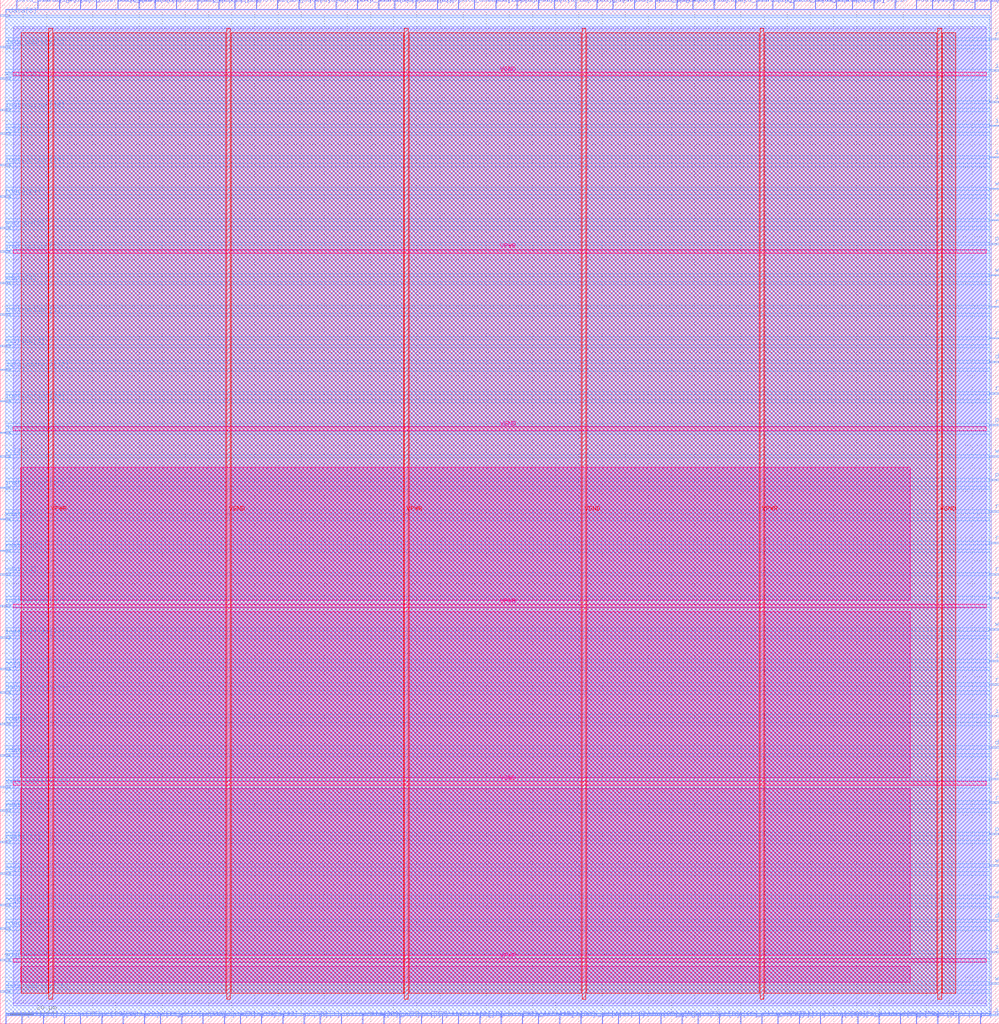
<source format=lef>
VERSION 5.7 ;
  NOWIREEXTENSIONATPIN ON ;
  DIVIDERCHAR "/" ;
  BUSBITCHARS "[]" ;
MACRO core
  CLASS BLOCK ;
  FOREIGN core ;
  ORIGIN 0.000 0.000 ;
  SIZE 431.580 BY 442.300 ;
  PIN clk
    DIRECTION INPUT ;
    USE SIGNAL ;
    PORT
      LAYER met2 ;
        RECT 386.490 438.300 386.770 442.300 ;
    END
  END clk
  PIN data_address[0]
    DIRECTION OUTPUT TRISTATE ;
    USE SIGNAL ;
    PORT
      LAYER met2 ;
        RECT 34.590 438.300 34.870 442.300 ;
    END
  END data_address[0]
  PIN data_address[10]
    DIRECTION OUTPUT TRISTATE ;
    USE SIGNAL ;
    PORT
      LAYER met3 ;
        RECT 0.000 282.240 4.000 282.840 ;
    END
  END data_address[10]
  PIN data_address[11]
    DIRECTION OUTPUT TRISTATE ;
    USE SIGNAL ;
    PORT
      LAYER met2 ;
        RECT 250.790 0.000 251.070 4.000 ;
    END
  END data_address[11]
  PIN data_address[12]
    DIRECTION OUTPUT TRISTATE ;
    USE SIGNAL ;
    PORT
      LAYER met2 ;
        RECT 411.790 438.300 412.070 442.300 ;
    END
  END data_address[12]
  PIN data_address[13]
    DIRECTION OUTPUT TRISTATE ;
    USE SIGNAL ;
    PORT
      LAYER met2 ;
        RECT 154.190 438.300 154.470 442.300 ;
    END
  END data_address[13]
  PIN data_address[14]
    DIRECTION OUTPUT TRISTATE ;
    USE SIGNAL ;
    PORT
      LAYER met2 ;
        RECT 351.990 438.300 352.270 442.300 ;
    END
  END data_address[14]
  PIN data_address[15]
    DIRECTION OUTPUT TRISTATE ;
    USE SIGNAL ;
    PORT
      LAYER met2 ;
        RECT 319.790 0.000 320.070 4.000 ;
    END
  END data_address[15]
  PIN data_address[16]
    DIRECTION OUTPUT TRISTATE ;
    USE SIGNAL ;
    PORT
      LAYER met2 ;
        RECT 50.690 438.300 50.970 442.300 ;
    END
  END data_address[16]
  PIN data_address[17]
    DIRECTION OUTPUT TRISTATE ;
    USE SIGNAL ;
    PORT
      LAYER met2 ;
        RECT 165.690 0.000 165.970 4.000 ;
    END
  END data_address[17]
  PIN data_address[18]
    DIRECTION OUTPUT TRISTATE ;
    USE SIGNAL ;
    PORT
      LAYER met2 ;
        RECT 333.590 438.300 333.870 442.300 ;
    END
  END data_address[18]
  PIN data_address[19]
    DIRECTION OUTPUT TRISTATE ;
    USE SIGNAL ;
    PORT
      LAYER met2 ;
        RECT 427.890 438.300 428.170 442.300 ;
    END
  END data_address[19]
  PIN data_address[1]
    DIRECTION OUTPUT TRISTATE ;
    USE SIGNAL ;
    PORT
      LAYER met2 ;
        RECT 225.490 0.000 225.770 4.000 ;
    END
  END data_address[1]
  PIN data_address[20]
    DIRECTION OUTPUT TRISTATE ;
    USE SIGNAL ;
    PORT
      LAYER met3 ;
        RECT 427.580 44.240 431.580 44.840 ;
    END
  END data_address[20]
  PIN data_address[21]
    DIRECTION OUTPUT TRISTATE ;
    USE SIGNAL ;
    PORT
      LAYER met3 ;
        RECT 0.000 255.040 4.000 255.640 ;
    END
  END data_address[21]
  PIN data_address[22]
    DIRECTION OUTPUT TRISTATE ;
    USE SIGNAL ;
    PORT
      LAYER met2 ;
        RECT 197.890 438.300 198.170 442.300 ;
    END
  END data_address[22]
  PIN data_address[23]
    DIRECTION OUTPUT TRISTATE ;
    USE SIGNAL ;
    PORT
      LAYER met3 ;
        RECT 0.000 142.840 4.000 143.440 ;
    END
  END data_address[23]
  PIN data_address[24]
    DIRECTION OUTPUT TRISTATE ;
    USE SIGNAL ;
    PORT
      LAYER met2 ;
        RECT 69.090 0.000 69.370 4.000 ;
    END
  END data_address[24]
  PIN data_address[25]
    DIRECTION OUTPUT TRISTATE ;
    USE SIGNAL ;
    PORT
      LAYER met2 ;
        RECT 370.390 0.000 370.670 4.000 ;
    END
  END data_address[25]
  PIN data_address[26]
    DIRECTION OUTPUT TRISTATE ;
    USE SIGNAL ;
    PORT
      LAYER met3 ;
        RECT 0.000 102.040 4.000 102.640 ;
    END
  END data_address[26]
  PIN data_address[27]
    DIRECTION OUTPUT TRISTATE ;
    USE SIGNAL ;
    PORT
      LAYER met2 ;
        RECT 257.690 438.300 257.970 442.300 ;
    END
  END data_address[27]
  PIN data_address[28]
    DIRECTION OUTPUT TRISTATE ;
    USE SIGNAL ;
    PORT
      LAYER met2 ;
        RECT 85.190 438.300 85.470 442.300 ;
    END
  END data_address[28]
  PIN data_address[29]
    DIRECTION OUTPUT TRISTATE ;
    USE SIGNAL ;
    PORT
      LAYER met2 ;
        RECT 342.790 438.300 343.070 442.300 ;
    END
  END data_address[29]
  PIN data_address[2]
    DIRECTION OUTPUT TRISTATE ;
    USE SIGNAL ;
    PORT
      LAYER met2 ;
        RECT 317.490 438.300 317.770 442.300 ;
    END
  END data_address[2]
  PIN data_address[30]
    DIRECTION OUTPUT TRISTATE ;
    USE SIGNAL ;
    PORT
      LAYER met3 ;
        RECT 0.000 13.640 4.000 14.240 ;
    END
  END data_address[30]
  PIN data_address[31]
    DIRECTION OUTPUT TRISTATE ;
    USE SIGNAL ;
    PORT
      LAYER met2 ;
        RECT 328.990 0.000 329.270 4.000 ;
    END
  END data_address[31]
  PIN data_address[3]
    DIRECTION OUTPUT TRISTATE ;
    USE SIGNAL ;
    PORT
      LAYER met3 ;
        RECT 0.000 421.640 4.000 422.240 ;
    END
  END data_address[3]
  PIN data_address[4]
    DIRECTION OUTPUT TRISTATE ;
    USE SIGNAL ;
    PORT
      LAYER met2 ;
        RECT 6.990 438.300 7.270 442.300 ;
    END
  END data_address[4]
  PIN data_address[5]
    DIRECTION OUTPUT TRISTATE ;
    USE SIGNAL ;
    PORT
      LAYER met2 ;
        RECT 285.290 0.000 285.570 4.000 ;
    END
  END data_address[5]
  PIN data_address[6]
    DIRECTION OUTPUT TRISTATE ;
    USE SIGNAL ;
    PORT
      LAYER met2 ;
        RECT 388.790 0.000 389.070 4.000 ;
    END
  END data_address[6]
  PIN data_address[7]
    DIRECTION OUTPUT TRISTATE ;
    USE SIGNAL ;
    PORT
      LAYER met2 ;
        RECT 282.990 438.300 283.270 442.300 ;
    END
  END data_address[7]
  PIN data_address[8]
    DIRECTION OUTPUT TRISTATE ;
    USE SIGNAL ;
    PORT
      LAYER met3 ;
        RECT 427.580 285.640 431.580 286.240 ;
    END
  END data_address[8]
  PIN data_address[9]
    DIRECTION OUTPUT TRISTATE ;
    USE SIGNAL ;
    PORT
      LAYER met3 ;
        RECT 427.580 119.040 431.580 119.640 ;
    END
  END data_address[9]
  PIN instruction[0]
    DIRECTION INPUT ;
    USE SIGNAL ;
    PORT
      LAYER met3 ;
        RECT 427.580 411.440 431.580 412.040 ;
    END
  END instruction[0]
  PIN instruction[10]
    DIRECTION INPUT ;
    USE SIGNAL ;
    PORT
      LAYER met3 ;
        RECT 0.000 231.240 4.000 231.840 ;
    END
  END instruction[10]
  PIN instruction[11]
    DIRECTION INPUT ;
    USE SIGNAL ;
    PORT
      LAYER met2 ;
        RECT 354.290 0.000 354.570 4.000 ;
    END
  END instruction[11]
  PIN instruction[12]
    DIRECTION INPUT ;
    USE SIGNAL ;
    PORT
      LAYER met3 ;
        RECT 427.580 374.040 431.580 374.640 ;
    END
  END instruction[12]
  PIN instruction[13]
    DIRECTION INPUT ;
    USE SIGNAL ;
    PORT
      LAYER met3 ;
        RECT 0.000 180.240 4.000 180.840 ;
    END
  END instruction[13]
  PIN instruction[14]
    DIRECTION INPUT ;
    USE SIGNAL ;
    PORT
      LAYER met3 ;
        RECT 427.580 156.440 431.580 157.040 ;
    END
  END instruction[14]
  PIN instruction[15]
    DIRECTION INPUT ;
    USE SIGNAL ;
    PORT
      LAYER met2 ;
        RECT 75.990 438.300 76.270 442.300 ;
    END
  END instruction[15]
  PIN instruction[16]
    DIRECTION INPUT ;
    USE SIGNAL ;
    PORT
      LAYER met3 ;
        RECT 0.000 394.440 4.000 395.040 ;
    END
  END instruction[16]
  PIN instruction[17]
    DIRECTION INPUT ;
    USE SIGNAL ;
    PORT
      LAYER met3 ;
        RECT 0.000 370.640 4.000 371.240 ;
    END
  END instruction[17]
  PIN instruction[18]
    DIRECTION INPUT ;
    USE SIGNAL ;
    PORT
      LAYER met2 ;
        RECT 190.990 0.000 191.270 4.000 ;
    END
  END instruction[18]
  PIN instruction[19]
    DIRECTION INPUT ;
    USE SIGNAL ;
    PORT
      LAYER met2 ;
        RECT 379.590 0.000 379.870 4.000 ;
    END
  END instruction[19]
  PIN instruction[1]
    DIRECTION INPUT ;
    USE SIGNAL ;
    PORT
      LAYER met3 ;
        RECT 0.000 306.040 4.000 306.640 ;
    END
  END instruction[1]
  PIN instruction[20]
    DIRECTION INPUT ;
    USE SIGNAL ;
    PORT
      LAYER met3 ;
        RECT 427.580 397.840 431.580 398.440 ;
    END
  END instruction[20]
  PIN instruction[21]
    DIRECTION INPUT ;
    USE SIGNAL ;
    PORT
      LAYER met2 ;
        RECT 147.290 0.000 147.570 4.000 ;
    END
  END instruction[21]
  PIN instruction[22]
    DIRECTION INPUT ;
    USE SIGNAL ;
    PORT
      LAYER met3 ;
        RECT 427.580 3.440 431.580 4.040 ;
    END
  END instruction[22]
  PIN instruction[23]
    DIRECTION INPUT ;
    USE SIGNAL ;
    PORT
      LAYER met2 ;
        RECT 301.390 0.000 301.670 4.000 ;
    END
  END instruction[23]
  PIN instruction[24]
    DIRECTION INPUT ;
    USE SIGNAL ;
    PORT
      LAYER met3 ;
        RECT 427.580 387.640 431.580 388.240 ;
    END
  END instruction[24]
  PIN instruction[25]
    DIRECTION INPUT ;
    USE SIGNAL ;
    PORT
      LAYER met2 ;
        RECT 41.490 438.300 41.770 442.300 ;
    END
  END instruction[25]
  PIN instruction[26]
    DIRECTION INPUT ;
    USE SIGNAL ;
    PORT
      LAYER met3 ;
        RECT 0.000 268.640 4.000 269.240 ;
    END
  END instruction[26]
  PIN instruction[27]
    DIRECTION INPUT ;
    USE SIGNAL ;
    PORT
      LAYER met2 ;
        RECT 266.890 0.000 267.170 4.000 ;
    END
  END instruction[27]
  PIN instruction[28]
    DIRECTION INPUT ;
    USE SIGNAL ;
    PORT
      LAYER met2 ;
        RECT 170.290 438.300 170.570 442.300 ;
    END
  END instruction[28]
  PIN instruction[29]
    DIRECTION INPUT ;
    USE SIGNAL ;
    PORT
      LAYER met2 ;
        RECT 345.090 0.000 345.370 4.000 ;
    END
  END instruction[29]
  PIN instruction[2]
    DIRECTION INPUT ;
    USE SIGNAL ;
    PORT
      LAYER met3 ;
        RECT 0.000 333.240 4.000 333.840 ;
    END
  END instruction[2]
  PIN instruction[30]
    DIRECTION INPUT ;
    USE SIGNAL ;
    PORT
      LAYER met3 ;
        RECT 0.000 166.640 4.000 167.240 ;
    END
  END instruction[30]
  PIN instruction[31]
    DIRECTION INPUT ;
    USE SIGNAL ;
    PORT
      LAYER met2 ;
        RECT 66.790 438.300 67.070 442.300 ;
    END
  END instruction[31]
  PIN instruction[3]
    DIRECTION INPUT ;
    USE SIGNAL ;
    PORT
      LAYER met3 ;
        RECT 427.580 105.440 431.580 106.040 ;
    END
  END instruction[3]
  PIN instruction[4]
    DIRECTION INPUT ;
    USE SIGNAL ;
    PORT
      LAYER met2 ;
        RECT 34.590 0.000 34.870 4.000 ;
    END
  END instruction[4]
  PIN instruction[5]
    DIRECTION INPUT ;
    USE SIGNAL ;
    PORT
      LAYER met3 ;
        RECT 427.580 30.640 431.580 31.240 ;
    END
  END instruction[5]
  PIN instruction[6]
    DIRECTION INPUT ;
    USE SIGNAL ;
    PORT
      LAYER met3 ;
        RECT 427.580 132.640 431.580 133.240 ;
    END
  END instruction[6]
  PIN instruction[7]
    DIRECTION INPUT ;
    USE SIGNAL ;
    PORT
      LAYER met2 ;
        RECT 110.490 438.300 110.770 442.300 ;
    END
  END instruction[7]
  PIN instruction[8]
    DIRECTION INPUT ;
    USE SIGNAL ;
    PORT
      LAYER met2 ;
        RECT 273.790 438.300 274.070 442.300 ;
    END
  END instruction[8]
  PIN instruction[9]
    DIRECTION INPUT ;
    USE SIGNAL ;
    PORT
      LAYER met2 ;
        RECT 276.090 0.000 276.370 4.000 ;
    END
  END instruction[9]
  PIN pc[0]
    DIRECTION OUTPUT TRISTATE ;
    USE SIGNAL ;
    PORT
      LAYER met2 ;
        RECT 172.590 0.000 172.870 4.000 ;
    END
  END pc[0]
  PIN pc[10]
    DIRECTION OUTPUT TRISTATE ;
    USE SIGNAL ;
    PORT
      LAYER met2 ;
        RECT 188.690 438.300 188.970 442.300 ;
    END
  END pc[10]
  PIN pc[11]
    DIRECTION OUTPUT TRISTATE ;
    USE SIGNAL ;
    PORT
      LAYER met2 ;
        RECT 414.090 0.000 414.370 4.000 ;
    END
  END pc[11]
  PIN pc[12]
    DIRECTION OUTPUT TRISTATE ;
    USE SIGNAL ;
    PORT
      LAYER met2 ;
        RECT 18.490 0.000 18.770 4.000 ;
    END
  END pc[12]
  PIN pc[13]
    DIRECTION OUTPUT TRISTATE ;
    USE SIGNAL ;
    PORT
      LAYER met3 ;
        RECT 0.000 153.040 4.000 153.640 ;
    END
  END pc[13]
  PIN pc[14]
    DIRECTION OUTPUT TRISTATE ;
    USE SIGNAL ;
    PORT
      LAYER met3 ;
        RECT 0.000 64.640 4.000 65.240 ;
    END
  END pc[14]
  PIN pc[15]
    DIRECTION OUTPUT TRISTATE ;
    USE SIGNAL ;
    PORT
      LAYER met3 ;
        RECT 427.580 234.640 431.580 235.240 ;
    END
  END pc[15]
  PIN pc[16]
    DIRECTION OUTPUT TRISTATE ;
    USE SIGNAL ;
    PORT
      LAYER met2 ;
        RECT 264.590 438.300 264.870 442.300 ;
    END
  END pc[16]
  PIN pc[17]
    DIRECTION OUTPUT TRISTATE ;
    USE SIGNAL ;
    PORT
      LAYER met2 ;
        RECT 119.690 438.300 119.970 442.300 ;
    END
  END pc[17]
  PIN pc[18]
    DIRECTION OUTPUT TRISTATE ;
    USE SIGNAL ;
    PORT
      LAYER met2 ;
        RECT 207.090 0.000 207.370 4.000 ;
    END
  END pc[18]
  PIN pc[19]
    DIRECTION OUTPUT TRISTATE ;
    USE SIGNAL ;
    PORT
      LAYER met2 ;
        RECT 363.490 0.000 363.770 4.000 ;
    END
  END pc[19]
  PIN pc[1]
    DIRECTION OUTPUT TRISTATE ;
    USE SIGNAL ;
    PORT
      LAYER met2 ;
        RECT 138.090 0.000 138.370 4.000 ;
    END
  END pc[1]
  PIN pc[20]
    DIRECTION OUTPUT TRISTATE ;
    USE SIGNAL ;
    PORT
      LAYER met2 ;
        RECT 395.690 0.000 395.970 4.000 ;
    END
  END pc[20]
  PIN pc[21]
    DIRECTION OUTPUT TRISTATE ;
    USE SIGNAL ;
    PORT
      LAYER met3 ;
        RECT 0.000 384.240 4.000 384.840 ;
    END
  END pc[21]
  PIN pc[22]
    DIRECTION OUTPUT TRISTATE ;
    USE SIGNAL ;
    PORT
      LAYER met2 ;
        RECT 292.190 438.300 292.470 442.300 ;
    END
  END pc[22]
  PIN pc[23]
    DIRECTION OUTPUT TRISTATE ;
    USE SIGNAL ;
    PORT
      LAYER met2 ;
        RECT 131.190 0.000 131.470 4.000 ;
    END
  END pc[23]
  PIN pc[24]
    DIRECTION OUTPUT TRISTATE ;
    USE SIGNAL ;
    PORT
      LAYER met3 ;
        RECT 0.000 51.040 4.000 51.640 ;
    END
  END pc[24]
  PIN pc[25]
    DIRECTION OUTPUT TRISTATE ;
    USE SIGNAL ;
    PORT
      LAYER met3 ;
        RECT 0.000 244.840 4.000 245.440 ;
    END
  END pc[25]
  PIN pc[26]
    DIRECTION OUTPUT TRISTATE ;
    USE SIGNAL ;
    PORT
      LAYER met2 ;
        RECT 101.290 438.300 101.570 442.300 ;
    END
  END pc[26]
  PIN pc[27]
    DIRECTION OUTPUT TRISTATE ;
    USE SIGNAL ;
    PORT
      LAYER met2 ;
        RECT 94.390 438.300 94.670 442.300 ;
    END
  END pc[27]
  PIN pc[28]
    DIRECTION OUTPUT TRISTATE ;
    USE SIGNAL ;
    PORT
      LAYER met2 ;
        RECT 423.290 0.000 423.570 4.000 ;
    END
  END pc[28]
  PIN pc[29]
    DIRECTION OUTPUT TRISTATE ;
    USE SIGNAL ;
    PORT
      LAYER met2 ;
        RECT 43.790 0.000 44.070 4.000 ;
    END
  END pc[29]
  PIN pc[2]
    DIRECTION OUTPUT TRISTATE ;
    USE SIGNAL ;
    PORT
      LAYER met2 ;
        RECT 294.490 0.000 294.770 4.000 ;
    END
  END pc[2]
  PIN pc[30]
    DIRECTION OUTPUT TRISTATE ;
    USE SIGNAL ;
    PORT
      LAYER met2 ;
        RECT 377.290 438.300 377.570 442.300 ;
    END
  END pc[30]
  PIN pc[31]
    DIRECTION OUTPUT TRISTATE ;
    USE SIGNAL ;
    PORT
      LAYER met3 ;
        RECT 427.580 258.440 431.580 259.040 ;
    END
  END pc[31]
  PIN pc[3]
    DIRECTION OUTPUT TRISTATE ;
    USE SIGNAL ;
    PORT
      LAYER met2 ;
        RECT 310.590 0.000 310.870 4.000 ;
    END
  END pc[3]
  PIN pc[4]
    DIRECTION OUTPUT TRISTATE ;
    USE SIGNAL ;
    PORT
      LAYER met2 ;
        RECT 259.990 0.000 260.270 4.000 ;
    END
  END pc[4]
  PIN pc[5]
    DIRECTION OUTPUT TRISTATE ;
    USE SIGNAL ;
    PORT
      LAYER met2 ;
        RECT 78.290 0.000 78.570 4.000 ;
    END
  END pc[5]
  PIN pc[6]
    DIRECTION OUTPUT TRISTATE ;
    USE SIGNAL ;
    PORT
      LAYER met2 ;
        RECT 181.790 0.000 182.070 4.000 ;
    END
  END pc[6]
  PIN pc[7]
    DIRECTION OUTPUT TRISTATE ;
    USE SIGNAL ;
    PORT
      LAYER met3 ;
        RECT 427.580 336.640 431.580 337.240 ;
    END
  END pc[7]
  PIN pc[8]
    DIRECTION OUTPUT TRISTATE ;
    USE SIGNAL ;
    PORT
      LAYER met3 ;
        RECT 427.580 81.640 431.580 82.240 ;
    END
  END pc[8]
  PIN pc[9]
    DIRECTION OUTPUT TRISTATE ;
    USE SIGNAL ;
    PORT
      LAYER met2 ;
        RECT 404.890 0.000 405.170 4.000 ;
    END
  END pc[9]
  PIN rdata[0]
    DIRECTION INPUT ;
    USE SIGNAL ;
    PORT
      LAYER met2 ;
        RECT 25.390 438.300 25.670 442.300 ;
    END
  END rdata[0]
  PIN rdata[10]
    DIRECTION INPUT ;
    USE SIGNAL ;
    PORT
      LAYER met2 ;
        RECT 156.490 0.000 156.770 4.000 ;
    END
  END rdata[10]
  PIN rdata[11]
    DIRECTION INPUT ;
    USE SIGNAL ;
    PORT
      LAYER met3 ;
        RECT 0.000 78.240 4.000 78.840 ;
    END
  END rdata[11]
  PIN rdata[12]
    DIRECTION INPUT ;
    USE SIGNAL ;
    PORT
      LAYER met3 ;
        RECT 427.580 272.040 431.580 272.640 ;
    END
  END rdata[12]
  PIN rdata[13]
    DIRECTION INPUT ;
    USE SIGNAL ;
    PORT
      LAYER met2 ;
        RECT 112.790 0.000 113.070 4.000 ;
    END
  END rdata[13]
  PIN rdata[14]
    DIRECTION INPUT ;
    USE SIGNAL ;
    PORT
      LAYER met3 ;
        RECT 0.000 115.640 4.000 116.240 ;
    END
  END rdata[14]
  PIN rdata[15]
    DIRECTION INPUT ;
    USE SIGNAL ;
    PORT
      LAYER met2 ;
        RECT 232.390 0.000 232.670 4.000 ;
    END
  END rdata[15]
  PIN rdata[16]
    DIRECTION INPUT ;
    USE SIGNAL ;
    PORT
      LAYER met3 ;
        RECT 0.000 204.040 4.000 204.640 ;
    END
  END rdata[16]
  PIN rdata[17]
    DIRECTION INPUT ;
    USE SIGNAL ;
    PORT
      LAYER met3 ;
        RECT 0.000 91.840 4.000 92.440 ;
    END
  END rdata[17]
  PIN rdata[18]
    DIRECTION INPUT ;
    USE SIGNAL ;
    PORT
      LAYER met3 ;
        RECT 427.580 207.440 431.580 208.040 ;
    END
  END rdata[18]
  PIN rdata[19]
    DIRECTION INPUT ;
    USE SIGNAL ;
    PORT
      LAYER met2 ;
        RECT 179.490 438.300 179.770 442.300 ;
    END
  END rdata[19]
  PIN rdata[1]
    DIRECTION INPUT ;
    USE SIGNAL ;
    PORT
      LAYER met3 ;
        RECT 0.000 129.240 4.000 129.840 ;
    END
  END rdata[1]
  PIN rdata[20]
    DIRECTION INPUT ;
    USE SIGNAL ;
    PORT
      LAYER met2 ;
        RECT 204.790 438.300 205.070 442.300 ;
    END
  END rdata[20]
  PIN rdata[21]
    DIRECTION INPUT ;
    USE SIGNAL ;
    PORT
      LAYER met2 ;
        RECT 402.590 438.300 402.870 442.300 ;
    END
  END rdata[21]
  PIN rdata[22]
    DIRECTION INPUT ;
    USE SIGNAL ;
    PORT
      LAYER met3 ;
        RECT 427.580 425.040 431.580 425.640 ;
    END
  END rdata[22]
  PIN rdata[23]
    DIRECTION INPUT ;
    USE SIGNAL ;
    PORT
      LAYER met3 ;
        RECT 427.580 221.040 431.580 221.640 ;
    END
  END rdata[23]
  PIN rdata[24]
    DIRECTION INPUT ;
    USE SIGNAL ;
    PORT
      LAYER met3 ;
        RECT 0.000 357.040 4.000 357.640 ;
    END
  END rdata[24]
  PIN rdata[25]
    DIRECTION INPUT ;
    USE SIGNAL ;
    PORT
      LAYER met2 ;
        RECT 27.690 0.000 27.970 4.000 ;
    END
  END rdata[25]
  PIN rdata[26]
    DIRECTION INPUT ;
    USE SIGNAL ;
    PORT
      LAYER met2 ;
        RECT 9.290 0.000 9.570 4.000 ;
    END
  END rdata[26]
  PIN rdata[27]
    DIRECTION INPUT ;
    USE SIGNAL ;
    PORT
      LAYER met3 ;
        RECT 0.000 40.840 4.000 41.440 ;
    END
  END rdata[27]
  PIN rdata[28]
    DIRECTION INPUT ;
    USE SIGNAL ;
    PORT
      LAYER met3 ;
        RECT 427.580 193.840 431.580 194.440 ;
    END
  END rdata[28]
  PIN rdata[29]
    DIRECTION INPUT ;
    USE SIGNAL ;
    PORT
      LAYER met2 ;
        RECT 248.490 438.300 248.770 442.300 ;
    END
  END rdata[29]
  PIN rdata[2]
    DIRECTION INPUT ;
    USE SIGNAL ;
    PORT
      LAYER met3 ;
        RECT 427.580 295.840 431.580 296.440 ;
    END
  END rdata[2]
  PIN rdata[30]
    DIRECTION INPUT ;
    USE SIGNAL ;
    PORT
      LAYER met2 ;
        RECT 420.990 438.300 421.270 442.300 ;
    END
  END rdata[30]
  PIN rdata[31]
    DIRECTION INPUT ;
    USE SIGNAL ;
    PORT
      LAYER met2 ;
        RECT 241.590 0.000 241.870 4.000 ;
    END
  END rdata[31]
  PIN rdata[3]
    DIRECTION INPUT ;
    USE SIGNAL ;
    PORT
      LAYER met2 ;
        RECT 335.890 0.000 336.170 4.000 ;
    END
  END rdata[3]
  PIN rdata[4]
    DIRECTION INPUT ;
    USE SIGNAL ;
    PORT
      LAYER met3 ;
        RECT 427.580 146.240 431.580 146.840 ;
    END
  END rdata[4]
  PIN rdata[5]
    DIRECTION INPUT ;
    USE SIGNAL ;
    PORT
      LAYER met3 ;
        RECT 427.580 95.240 431.580 95.840 ;
    END
  END rdata[5]
  PIN rdata[6]
    DIRECTION INPUT ;
    USE SIGNAL ;
    PORT
      LAYER met2 ;
        RECT 128.890 438.300 129.170 442.300 ;
    END
  END rdata[6]
  PIN rdata[7]
    DIRECTION INPUT ;
    USE SIGNAL ;
    PORT
      LAYER met2 ;
        RECT 16.190 438.300 16.470 442.300 ;
    END
  END rdata[7]
  PIN rdata[8]
    DIRECTION INPUT ;
    USE SIGNAL ;
    PORT
      LAYER met3 ;
        RECT 0.000 435.240 4.000 435.840 ;
    END
  END rdata[8]
  PIN rdata[9]
    DIRECTION INPUT ;
    USE SIGNAL ;
    PORT
      LAYER met2 ;
        RECT 308.290 438.300 308.570 442.300 ;
    END
  END rdata[9]
  PIN ren
    DIRECTION OUTPUT TRISTATE ;
    USE SIGNAL ;
    PORT
      LAYER met2 ;
        RECT 121.990 0.000 122.270 4.000 ;
    END
  END ren
  PIN rst
    DIRECTION INPUT ;
    USE SIGNAL ;
    PORT
      LAYER met3 ;
        RECT 427.580 309.440 431.580 310.040 ;
    END
  END rst
  PIN wdata[0]
    DIRECTION OUTPUT TRISTATE ;
    USE SIGNAL ;
    PORT
      LAYER met3 ;
        RECT 0.000 217.640 4.000 218.240 ;
    END
  END wdata[0]
  PIN wdata[10]
    DIRECTION OUTPUT TRISTATE ;
    USE SIGNAL ;
    PORT
      LAYER met3 ;
        RECT 0.000 408.040 4.000 408.640 ;
    END
  END wdata[10]
  PIN wdata[11]
    DIRECTION OUTPUT TRISTATE ;
    USE SIGNAL ;
    PORT
      LAYER met2 ;
        RECT 59.890 438.300 60.170 442.300 ;
    END
  END wdata[11]
  PIN wdata[12]
    DIRECTION OUTPUT TRISTATE ;
    USE SIGNAL ;
    PORT
      LAYER met2 ;
        RECT 216.290 0.000 216.570 4.000 ;
    END
  END wdata[12]
  PIN wdata[13]
    DIRECTION OUTPUT TRISTATE ;
    USE SIGNAL ;
    PORT
      LAYER met2 ;
        RECT 395.690 438.300 395.970 442.300 ;
    END
  END wdata[13]
  PIN wdata[14]
    DIRECTION OUTPUT TRISTATE ;
    USE SIGNAL ;
    PORT
      LAYER met3 ;
        RECT 427.580 170.040 431.580 170.640 ;
    END
  END wdata[14]
  PIN wdata[15]
    DIRECTION OUTPUT TRISTATE ;
    USE SIGNAL ;
    PORT
      LAYER met2 ;
        RECT 239.290 438.300 239.570 442.300 ;
    END
  END wdata[15]
  PIN wdata[16]
    DIRECTION OUTPUT TRISTATE ;
    USE SIGNAL ;
    PORT
      LAYER met2 ;
        RECT 163.390 438.300 163.670 442.300 ;
    END
  END wdata[16]
  PIN wdata[17]
    DIRECTION OUTPUT TRISTATE ;
    USE SIGNAL ;
    PORT
      LAYER met3 ;
        RECT 0.000 27.240 4.000 27.840 ;
    END
  END wdata[17]
  PIN wdata[18]
    DIRECTION OUTPUT TRISTATE ;
    USE SIGNAL ;
    PORT
      LAYER met2 ;
        RECT 103.590 0.000 103.870 4.000 ;
    END
  END wdata[18]
  PIN wdata[19]
    DIRECTION OUTPUT TRISTATE ;
    USE SIGNAL ;
    PORT
      LAYER met3 ;
        RECT 427.580 360.440 431.580 361.040 ;
    END
  END wdata[19]
  PIN wdata[1]
    DIRECTION OUTPUT TRISTATE ;
    USE SIGNAL ;
    PORT
      LAYER met3 ;
        RECT 427.580 323.040 431.580 323.640 ;
    END
  END wdata[1]
  PIN wdata[20]
    DIRECTION OUTPUT TRISTATE ;
    USE SIGNAL ;
    PORT
      LAYER met2 ;
        RECT 62.190 0.000 62.470 4.000 ;
    END
  END wdata[20]
  PIN wdata[21]
    DIRECTION OUTPUT TRISTATE ;
    USE SIGNAL ;
    PORT
      LAYER met2 ;
        RECT 326.690 438.300 326.970 442.300 ;
    END
  END wdata[21]
  PIN wdata[22]
    DIRECTION OUTPUT TRISTATE ;
    USE SIGNAL ;
    PORT
      LAYER met2 ;
        RECT 52.990 0.000 53.270 4.000 ;
    END
  END wdata[22]
  PIN wdata[23]
    DIRECTION OUTPUT TRISTATE ;
    USE SIGNAL ;
    PORT
      LAYER met3 ;
        RECT 427.580 68.040 431.580 68.640 ;
    END
  END wdata[23]
  PIN wdata[24]
    DIRECTION OUTPUT TRISTATE ;
    USE SIGNAL ;
    PORT
      LAYER met2 ;
        RECT 144.990 438.300 145.270 442.300 ;
    END
  END wdata[24]
  PIN wdata[25]
    DIRECTION OUTPUT TRISTATE ;
    USE SIGNAL ;
    PORT
      LAYER met3 ;
        RECT 427.580 244.840 431.580 245.440 ;
    END
  END wdata[25]
  PIN wdata[26]
    DIRECTION OUTPUT TRISTATE ;
    USE SIGNAL ;
    PORT
      LAYER met3 ;
        RECT 427.580 346.840 431.580 347.440 ;
    END
  END wdata[26]
  PIN wdata[27]
    DIRECTION OUTPUT TRISTATE ;
    USE SIGNAL ;
    PORT
      LAYER met2 ;
        RECT 361.190 438.300 361.470 442.300 ;
    END
  END wdata[27]
  PIN wdata[28]
    DIRECTION OUTPUT TRISTATE ;
    USE SIGNAL ;
    PORT
      LAYER met2 ;
        RECT 299.090 438.300 299.370 442.300 ;
    END
  END wdata[28]
  PIN wdata[29]
    DIRECTION OUTPUT TRISTATE ;
    USE SIGNAL ;
    PORT
      LAYER met2 ;
        RECT 2.390 0.000 2.670 4.000 ;
    END
  END wdata[29]
  PIN wdata[2]
    DIRECTION OUTPUT TRISTATE ;
    USE SIGNAL ;
    PORT
      LAYER met2 ;
        RECT 96.690 0.000 96.970 4.000 ;
    END
  END wdata[2]
  PIN wdata[30]
    DIRECTION OUTPUT TRISTATE ;
    USE SIGNAL ;
    PORT
      LAYER met2 ;
        RECT 197.890 0.000 198.170 4.000 ;
    END
  END wdata[30]
  PIN wdata[31]
    DIRECTION OUTPUT TRISTATE ;
    USE SIGNAL ;
    PORT
      LAYER met2 ;
        RECT 223.190 438.300 223.470 442.300 ;
    END
  END wdata[31]
  PIN wdata[3]
    DIRECTION OUTPUT TRISTATE ;
    USE SIGNAL ;
    PORT
      LAYER met2 ;
        RECT 87.490 0.000 87.770 4.000 ;
    END
  END wdata[3]
  PIN wdata[4]
    DIRECTION OUTPUT TRISTATE ;
    USE SIGNAL ;
    PORT
      LAYER met3 ;
        RECT 0.000 319.640 4.000 320.240 ;
    END
  END wdata[4]
  PIN wdata[5]
    DIRECTION OUTPUT TRISTATE ;
    USE SIGNAL ;
    PORT
      LAYER met2 ;
        RECT 368.090 438.300 368.370 442.300 ;
    END
  END wdata[5]
  PIN wdata[6]
    DIRECTION OUTPUT TRISTATE ;
    USE SIGNAL ;
    PORT
      LAYER met2 ;
        RECT 135.790 438.300 136.070 442.300 ;
    END
  END wdata[6]
  PIN wdata[7]
    DIRECTION OUTPUT TRISTATE ;
    USE SIGNAL ;
    PORT
      LAYER met3 ;
        RECT 427.580 183.640 431.580 184.240 ;
    END
  END wdata[7]
  PIN wdata[8]
    DIRECTION OUTPUT TRISTATE ;
    USE SIGNAL ;
    PORT
      LAYER met3 ;
        RECT 0.000 193.840 4.000 194.440 ;
    END
  END wdata[8]
  PIN wdata[9]
    DIRECTION OUTPUT TRISTATE ;
    USE SIGNAL ;
    PORT
      LAYER met2 ;
        RECT 232.390 438.300 232.670 442.300 ;
    END
  END wdata[9]
  PIN wen
    DIRECTION OUTPUT TRISTATE ;
    USE SIGNAL ;
    PORT
      LAYER met3 ;
        RECT 427.580 54.440 431.580 55.040 ;
    END
  END wen
  PIN wstrobe[0]
    DIRECTION OUTPUT TRISTATE ;
    USE SIGNAL ;
    PORT
      LAYER met3 ;
        RECT 427.580 17.040 431.580 17.640 ;
    END
  END wstrobe[0]
  PIN wstrobe[1]
    DIRECTION OUTPUT TRISTATE ;
    USE SIGNAL ;
    PORT
      LAYER met2 ;
        RECT 213.990 438.300 214.270 442.300 ;
    END
  END wstrobe[1]
  PIN wstrobe[2]
    DIRECTION OUTPUT TRISTATE ;
    USE SIGNAL ;
    PORT
      LAYER met3 ;
        RECT 0.000 343.440 4.000 344.040 ;
    END
  END wstrobe[2]
  PIN wstrobe[3]
    DIRECTION OUTPUT TRISTATE ;
    USE SIGNAL ;
    PORT
      LAYER met3 ;
        RECT 0.000 292.440 4.000 293.040 ;
    END
  END wstrobe[3]
  PIN VPWR
    DIRECTION INOUT ;
    USE POWER ;
    PORT
      LAYER met4 ;
        RECT 328.240 10.640 329.840 430.000 ;
    END
  END VPWR
  PIN VPWR
    DIRECTION INOUT ;
    USE POWER ;
    PORT
      LAYER met4 ;
        RECT 174.640 10.640 176.240 430.000 ;
    END
  END VPWR
  PIN VPWR
    DIRECTION INOUT ;
    USE POWER ;
    PORT
      LAYER met4 ;
        RECT 21.040 10.640 22.640 430.000 ;
    END
  END VPWR
  PIN VPWR
    DIRECTION INOUT ;
    USE POWER ;
    PORT
      LAYER met5 ;
        RECT 5.520 332.850 425.960 334.450 ;
    END
  END VPWR
  PIN VPWR
    DIRECTION INOUT ;
    USE POWER ;
    PORT
      LAYER met5 ;
        RECT 5.520 179.670 425.960 181.270 ;
    END
  END VPWR
  PIN VPWR
    DIRECTION INOUT ;
    USE POWER ;
    PORT
      LAYER met5 ;
        RECT 5.520 26.490 425.960 28.090 ;
    END
  END VPWR
  PIN VGND
    DIRECTION INOUT ;
    USE GROUND ;
    PORT
      LAYER met4 ;
        RECT 405.040 10.640 406.640 430.000 ;
    END
  END VGND
  PIN VGND
    DIRECTION INOUT ;
    USE GROUND ;
    PORT
      LAYER met4 ;
        RECT 251.440 10.640 253.040 430.000 ;
    END
  END VGND
  PIN VGND
    DIRECTION INOUT ;
    USE GROUND ;
    PORT
      LAYER met4 ;
        RECT 97.840 10.640 99.440 430.000 ;
    END
  END VGND
  PIN VGND
    DIRECTION INOUT ;
    USE GROUND ;
    PORT
      LAYER met5 ;
        RECT 5.520 409.440 425.960 411.040 ;
    END
  END VGND
  PIN VGND
    DIRECTION INOUT ;
    USE GROUND ;
    PORT
      LAYER met5 ;
        RECT 5.520 256.260 425.960 257.860 ;
    END
  END VGND
  PIN VGND
    DIRECTION INOUT ;
    USE GROUND ;
    PORT
      LAYER met5 ;
        RECT 5.520 103.080 425.960 104.680 ;
    END
  END VGND
  OBS
      LAYER li1 ;
        RECT 5.520 8.925 425.960 429.845 ;
      LAYER met1 ;
        RECT 5.520 7.860 425.960 430.740 ;
      LAYER met2 ;
        RECT 2.390 438.020 6.710 438.300 ;
        RECT 7.550 438.020 15.910 438.300 ;
        RECT 16.750 438.020 25.110 438.300 ;
        RECT 25.950 438.020 34.310 438.300 ;
        RECT 35.150 438.020 41.210 438.300 ;
        RECT 42.050 438.020 50.410 438.300 ;
        RECT 51.250 438.020 59.610 438.300 ;
        RECT 60.450 438.020 66.510 438.300 ;
        RECT 67.350 438.020 75.710 438.300 ;
        RECT 76.550 438.020 84.910 438.300 ;
        RECT 85.750 438.020 94.110 438.300 ;
        RECT 94.950 438.020 101.010 438.300 ;
        RECT 101.850 438.020 110.210 438.300 ;
        RECT 111.050 438.020 119.410 438.300 ;
        RECT 120.250 438.020 128.610 438.300 ;
        RECT 129.450 438.020 135.510 438.300 ;
        RECT 136.350 438.020 144.710 438.300 ;
        RECT 145.550 438.020 153.910 438.300 ;
        RECT 154.750 438.020 163.110 438.300 ;
        RECT 163.950 438.020 170.010 438.300 ;
        RECT 170.850 438.020 179.210 438.300 ;
        RECT 180.050 438.020 188.410 438.300 ;
        RECT 189.250 438.020 197.610 438.300 ;
        RECT 198.450 438.020 204.510 438.300 ;
        RECT 205.350 438.020 213.710 438.300 ;
        RECT 214.550 438.020 222.910 438.300 ;
        RECT 223.750 438.020 232.110 438.300 ;
        RECT 232.950 438.020 239.010 438.300 ;
        RECT 239.850 438.020 248.210 438.300 ;
        RECT 249.050 438.020 257.410 438.300 ;
        RECT 258.250 438.020 264.310 438.300 ;
        RECT 265.150 438.020 273.510 438.300 ;
        RECT 274.350 438.020 282.710 438.300 ;
        RECT 283.550 438.020 291.910 438.300 ;
        RECT 292.750 438.020 298.810 438.300 ;
        RECT 299.650 438.020 308.010 438.300 ;
        RECT 308.850 438.020 317.210 438.300 ;
        RECT 318.050 438.020 326.410 438.300 ;
        RECT 327.250 438.020 333.310 438.300 ;
        RECT 334.150 438.020 342.510 438.300 ;
        RECT 343.350 438.020 351.710 438.300 ;
        RECT 352.550 438.020 360.910 438.300 ;
        RECT 361.750 438.020 367.810 438.300 ;
        RECT 368.650 438.020 377.010 438.300 ;
        RECT 377.850 438.020 386.210 438.300 ;
        RECT 387.050 438.020 395.410 438.300 ;
        RECT 396.250 438.020 402.310 438.300 ;
        RECT 403.150 438.020 411.510 438.300 ;
        RECT 412.350 438.020 420.710 438.300 ;
        RECT 421.550 438.020 427.610 438.300 ;
        RECT 2.390 4.280 428.100 438.020 ;
        RECT 2.950 3.555 9.010 4.280 ;
        RECT 9.850 3.555 18.210 4.280 ;
        RECT 19.050 3.555 27.410 4.280 ;
        RECT 28.250 3.555 34.310 4.280 ;
        RECT 35.150 3.555 43.510 4.280 ;
        RECT 44.350 3.555 52.710 4.280 ;
        RECT 53.550 3.555 61.910 4.280 ;
        RECT 62.750 3.555 68.810 4.280 ;
        RECT 69.650 3.555 78.010 4.280 ;
        RECT 78.850 3.555 87.210 4.280 ;
        RECT 88.050 3.555 96.410 4.280 ;
        RECT 97.250 3.555 103.310 4.280 ;
        RECT 104.150 3.555 112.510 4.280 ;
        RECT 113.350 3.555 121.710 4.280 ;
        RECT 122.550 3.555 130.910 4.280 ;
        RECT 131.750 3.555 137.810 4.280 ;
        RECT 138.650 3.555 147.010 4.280 ;
        RECT 147.850 3.555 156.210 4.280 ;
        RECT 157.050 3.555 165.410 4.280 ;
        RECT 166.250 3.555 172.310 4.280 ;
        RECT 173.150 3.555 181.510 4.280 ;
        RECT 182.350 3.555 190.710 4.280 ;
        RECT 191.550 3.555 197.610 4.280 ;
        RECT 198.450 3.555 206.810 4.280 ;
        RECT 207.650 3.555 216.010 4.280 ;
        RECT 216.850 3.555 225.210 4.280 ;
        RECT 226.050 3.555 232.110 4.280 ;
        RECT 232.950 3.555 241.310 4.280 ;
        RECT 242.150 3.555 250.510 4.280 ;
        RECT 251.350 3.555 259.710 4.280 ;
        RECT 260.550 3.555 266.610 4.280 ;
        RECT 267.450 3.555 275.810 4.280 ;
        RECT 276.650 3.555 285.010 4.280 ;
        RECT 285.850 3.555 294.210 4.280 ;
        RECT 295.050 3.555 301.110 4.280 ;
        RECT 301.950 3.555 310.310 4.280 ;
        RECT 311.150 3.555 319.510 4.280 ;
        RECT 320.350 3.555 328.710 4.280 ;
        RECT 329.550 3.555 335.610 4.280 ;
        RECT 336.450 3.555 344.810 4.280 ;
        RECT 345.650 3.555 354.010 4.280 ;
        RECT 354.850 3.555 363.210 4.280 ;
        RECT 364.050 3.555 370.110 4.280 ;
        RECT 370.950 3.555 379.310 4.280 ;
        RECT 380.150 3.555 388.510 4.280 ;
        RECT 389.350 3.555 395.410 4.280 ;
        RECT 396.250 3.555 404.610 4.280 ;
        RECT 405.450 3.555 413.810 4.280 ;
        RECT 414.650 3.555 423.010 4.280 ;
        RECT 423.850 3.555 428.100 4.280 ;
      LAYER met3 ;
        RECT 4.400 434.840 427.580 435.705 ;
        RECT 2.365 426.040 427.580 434.840 ;
        RECT 2.365 424.640 427.180 426.040 ;
        RECT 2.365 422.640 427.580 424.640 ;
        RECT 4.400 421.240 427.580 422.640 ;
        RECT 2.365 412.440 427.580 421.240 ;
        RECT 2.365 411.040 427.180 412.440 ;
        RECT 2.365 409.040 427.580 411.040 ;
        RECT 4.400 407.640 427.580 409.040 ;
        RECT 2.365 398.840 427.580 407.640 ;
        RECT 2.365 397.440 427.180 398.840 ;
        RECT 2.365 395.440 427.580 397.440 ;
        RECT 4.400 394.040 427.580 395.440 ;
        RECT 2.365 388.640 427.580 394.040 ;
        RECT 2.365 387.240 427.180 388.640 ;
        RECT 2.365 385.240 427.580 387.240 ;
        RECT 4.400 383.840 427.580 385.240 ;
        RECT 2.365 375.040 427.580 383.840 ;
        RECT 2.365 373.640 427.180 375.040 ;
        RECT 2.365 371.640 427.580 373.640 ;
        RECT 4.400 370.240 427.580 371.640 ;
        RECT 2.365 361.440 427.580 370.240 ;
        RECT 2.365 360.040 427.180 361.440 ;
        RECT 2.365 358.040 427.580 360.040 ;
        RECT 4.400 356.640 427.580 358.040 ;
        RECT 2.365 347.840 427.580 356.640 ;
        RECT 2.365 346.440 427.180 347.840 ;
        RECT 2.365 344.440 427.580 346.440 ;
        RECT 4.400 343.040 427.580 344.440 ;
        RECT 2.365 337.640 427.580 343.040 ;
        RECT 2.365 336.240 427.180 337.640 ;
        RECT 2.365 334.240 427.580 336.240 ;
        RECT 4.400 332.840 427.580 334.240 ;
        RECT 2.365 324.040 427.580 332.840 ;
        RECT 2.365 322.640 427.180 324.040 ;
        RECT 2.365 320.640 427.580 322.640 ;
        RECT 4.400 319.240 427.580 320.640 ;
        RECT 2.365 310.440 427.580 319.240 ;
        RECT 2.365 309.040 427.180 310.440 ;
        RECT 2.365 307.040 427.580 309.040 ;
        RECT 4.400 305.640 427.580 307.040 ;
        RECT 2.365 296.840 427.580 305.640 ;
        RECT 2.365 295.440 427.180 296.840 ;
        RECT 2.365 293.440 427.580 295.440 ;
        RECT 4.400 292.040 427.580 293.440 ;
        RECT 2.365 286.640 427.580 292.040 ;
        RECT 2.365 285.240 427.180 286.640 ;
        RECT 2.365 283.240 427.580 285.240 ;
        RECT 4.400 281.840 427.580 283.240 ;
        RECT 2.365 273.040 427.580 281.840 ;
        RECT 2.365 271.640 427.180 273.040 ;
        RECT 2.365 269.640 427.580 271.640 ;
        RECT 4.400 268.240 427.580 269.640 ;
        RECT 2.365 259.440 427.580 268.240 ;
        RECT 2.365 258.040 427.180 259.440 ;
        RECT 2.365 256.040 427.580 258.040 ;
        RECT 4.400 254.640 427.580 256.040 ;
        RECT 2.365 245.840 427.580 254.640 ;
        RECT 4.400 244.440 427.180 245.840 ;
        RECT 2.365 235.640 427.580 244.440 ;
        RECT 2.365 234.240 427.180 235.640 ;
        RECT 2.365 232.240 427.580 234.240 ;
        RECT 4.400 230.840 427.580 232.240 ;
        RECT 2.365 222.040 427.580 230.840 ;
        RECT 2.365 220.640 427.180 222.040 ;
        RECT 2.365 218.640 427.580 220.640 ;
        RECT 4.400 217.240 427.580 218.640 ;
        RECT 2.365 208.440 427.580 217.240 ;
        RECT 2.365 207.040 427.180 208.440 ;
        RECT 2.365 205.040 427.580 207.040 ;
        RECT 4.400 203.640 427.580 205.040 ;
        RECT 2.365 194.840 427.580 203.640 ;
        RECT 4.400 193.440 427.180 194.840 ;
        RECT 2.365 184.640 427.580 193.440 ;
        RECT 2.365 183.240 427.180 184.640 ;
        RECT 2.365 181.240 427.580 183.240 ;
        RECT 4.400 179.840 427.580 181.240 ;
        RECT 2.365 171.040 427.580 179.840 ;
        RECT 2.365 169.640 427.180 171.040 ;
        RECT 2.365 167.640 427.580 169.640 ;
        RECT 4.400 166.240 427.580 167.640 ;
        RECT 2.365 157.440 427.580 166.240 ;
        RECT 2.365 156.040 427.180 157.440 ;
        RECT 2.365 154.040 427.580 156.040 ;
        RECT 4.400 152.640 427.580 154.040 ;
        RECT 2.365 147.240 427.580 152.640 ;
        RECT 2.365 145.840 427.180 147.240 ;
        RECT 2.365 143.840 427.580 145.840 ;
        RECT 4.400 142.440 427.580 143.840 ;
        RECT 2.365 133.640 427.580 142.440 ;
        RECT 2.365 132.240 427.180 133.640 ;
        RECT 2.365 130.240 427.580 132.240 ;
        RECT 4.400 128.840 427.580 130.240 ;
        RECT 2.365 120.040 427.580 128.840 ;
        RECT 2.365 118.640 427.180 120.040 ;
        RECT 2.365 116.640 427.580 118.640 ;
        RECT 4.400 115.240 427.580 116.640 ;
        RECT 2.365 106.440 427.580 115.240 ;
        RECT 2.365 105.040 427.180 106.440 ;
        RECT 2.365 103.040 427.580 105.040 ;
        RECT 4.400 101.640 427.580 103.040 ;
        RECT 2.365 96.240 427.580 101.640 ;
        RECT 2.365 94.840 427.180 96.240 ;
        RECT 2.365 92.840 427.580 94.840 ;
        RECT 4.400 91.440 427.580 92.840 ;
        RECT 2.365 82.640 427.580 91.440 ;
        RECT 2.365 81.240 427.180 82.640 ;
        RECT 2.365 79.240 427.580 81.240 ;
        RECT 4.400 77.840 427.580 79.240 ;
        RECT 2.365 69.040 427.580 77.840 ;
        RECT 2.365 67.640 427.180 69.040 ;
        RECT 2.365 65.640 427.580 67.640 ;
        RECT 4.400 64.240 427.580 65.640 ;
        RECT 2.365 55.440 427.580 64.240 ;
        RECT 2.365 54.040 427.180 55.440 ;
        RECT 2.365 52.040 427.580 54.040 ;
        RECT 4.400 50.640 427.580 52.040 ;
        RECT 2.365 45.240 427.580 50.640 ;
        RECT 2.365 43.840 427.180 45.240 ;
        RECT 2.365 41.840 427.580 43.840 ;
        RECT 4.400 40.440 427.580 41.840 ;
        RECT 2.365 31.640 427.580 40.440 ;
        RECT 2.365 30.240 427.180 31.640 ;
        RECT 2.365 28.240 427.580 30.240 ;
        RECT 4.400 26.840 427.580 28.240 ;
        RECT 2.365 18.040 427.580 26.840 ;
        RECT 2.365 16.640 427.180 18.040 ;
        RECT 2.365 14.640 427.580 16.640 ;
        RECT 4.400 13.240 427.580 14.640 ;
        RECT 2.365 4.440 427.580 13.240 ;
        RECT 2.365 3.575 427.180 4.440 ;
      LAYER met4 ;
        RECT 9.070 13.095 20.640 428.225 ;
        RECT 23.040 13.095 97.440 428.225 ;
        RECT 99.840 13.095 174.240 428.225 ;
        RECT 176.640 13.095 251.040 428.225 ;
        RECT 253.440 13.095 327.840 428.225 ;
        RECT 330.240 13.095 404.640 428.225 ;
        RECT 407.040 13.095 412.785 428.225 ;
      LAYER met5 ;
        RECT 8.860 182.870 393.180 240.500 ;
        RECT 8.860 106.280 393.180 178.070 ;
        RECT 8.860 29.690 393.180 101.480 ;
        RECT 8.860 17.900 393.180 24.890 ;
  END
END core
END LIBRARY


</source>
